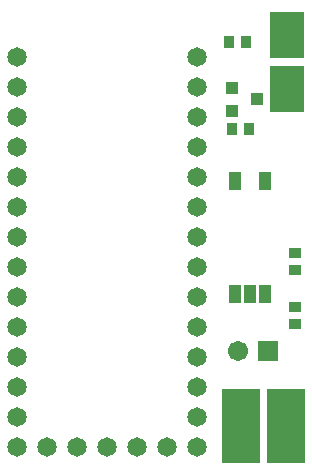
<source format=gts>
G04 Layer_Color=8388736*
%FSAX24Y24*%
%MOIN*%
G70*
G01*
G75*
%ADD23R,0.0440X0.0400*%
%ADD24R,0.0434X0.0356*%
%ADD25R,0.0434X0.0592*%
%ADD26R,0.0356X0.0434*%
%ADD27R,0.1280X0.2480*%
%ADD28R,0.1180X0.1580*%
%ADD29R,0.0671X0.0671*%
%ADD30C,0.0671*%
%ADD31C,0.0650*%
%ADD32C,0.0580*%
D23*
X019240Y046400D02*
D03*
X018406Y046020D02*
D03*
Y046774D02*
D03*
D24*
X020500Y038924D02*
D03*
Y039476D02*
D03*
Y040724D02*
D03*
Y041276D02*
D03*
D25*
X018500Y039930D02*
D03*
X019000D02*
D03*
X019500D02*
D03*
X018500Y043670D02*
D03*
X019500D02*
D03*
D26*
X018976Y045400D02*
D03*
X018424D02*
D03*
X018876Y048300D02*
D03*
X018324D02*
D03*
D27*
X020200Y035500D02*
D03*
X018700D02*
D03*
D28*
X020250Y046750D02*
D03*
Y048550D02*
D03*
D29*
X019600Y038000D02*
D03*
D30*
X018600D02*
D03*
D31*
X011250Y047800D02*
D03*
Y046800D02*
D03*
Y045800D02*
D03*
Y044800D02*
D03*
Y043800D02*
D03*
Y042800D02*
D03*
Y041800D02*
D03*
Y040800D02*
D03*
Y039800D02*
D03*
Y038800D02*
D03*
Y037800D02*
D03*
Y036800D02*
D03*
Y035800D02*
D03*
Y034800D02*
D03*
X012250D02*
D03*
X013250D02*
D03*
X014250D02*
D03*
X015250D02*
D03*
X016250D02*
D03*
X017250D02*
D03*
Y035800D02*
D03*
Y036800D02*
D03*
Y037800D02*
D03*
Y038800D02*
D03*
Y039800D02*
D03*
Y040800D02*
D03*
Y041800D02*
D03*
Y042800D02*
D03*
Y043800D02*
D03*
Y044800D02*
D03*
Y045800D02*
D03*
Y046800D02*
D03*
Y047800D02*
D03*
D32*
X020200Y046800D02*
D03*
M02*

</source>
